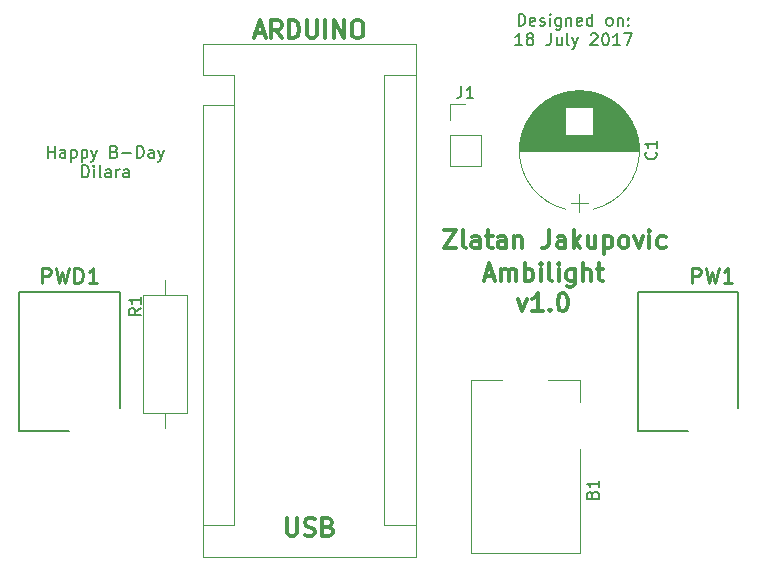
<source format=gbr>
G04 #@! TF.FileFunction,Legend,Top*
%FSLAX46Y46*%
G04 Gerber Fmt 4.6, Leading zero omitted, Abs format (unit mm)*
G04 Created by KiCad (PCBNEW 4.0.6) date Wed Jul 19 18:28:27 2017*
%MOMM*%
%LPD*%
G01*
G04 APERTURE LIST*
%ADD10C,0.100000*%
%ADD11C,0.150000*%
%ADD12C,0.300000*%
%ADD13C,0.120000*%
%ADD14C,0.200000*%
%ADD15C,0.254000*%
G04 APERTURE END LIST*
D10*
D11*
X120618857Y-91575381D02*
X120618857Y-90575381D01*
X120618857Y-91051571D02*
X121190286Y-91051571D01*
X121190286Y-91575381D02*
X121190286Y-90575381D01*
X122095048Y-91575381D02*
X122095048Y-91051571D01*
X122047429Y-90956333D01*
X121952191Y-90908714D01*
X121761714Y-90908714D01*
X121666476Y-90956333D01*
X122095048Y-91527762D02*
X121999810Y-91575381D01*
X121761714Y-91575381D01*
X121666476Y-91527762D01*
X121618857Y-91432524D01*
X121618857Y-91337286D01*
X121666476Y-91242048D01*
X121761714Y-91194429D01*
X121999810Y-91194429D01*
X122095048Y-91146810D01*
X122571238Y-90908714D02*
X122571238Y-91908714D01*
X122571238Y-90956333D02*
X122666476Y-90908714D01*
X122856953Y-90908714D01*
X122952191Y-90956333D01*
X122999810Y-91003952D01*
X123047429Y-91099190D01*
X123047429Y-91384905D01*
X122999810Y-91480143D01*
X122952191Y-91527762D01*
X122856953Y-91575381D01*
X122666476Y-91575381D01*
X122571238Y-91527762D01*
X123476000Y-90908714D02*
X123476000Y-91908714D01*
X123476000Y-90956333D02*
X123571238Y-90908714D01*
X123761715Y-90908714D01*
X123856953Y-90956333D01*
X123904572Y-91003952D01*
X123952191Y-91099190D01*
X123952191Y-91384905D01*
X123904572Y-91480143D01*
X123856953Y-91527762D01*
X123761715Y-91575381D01*
X123571238Y-91575381D01*
X123476000Y-91527762D01*
X124285524Y-90908714D02*
X124523619Y-91575381D01*
X124761715Y-90908714D02*
X124523619Y-91575381D01*
X124428381Y-91813476D01*
X124380762Y-91861095D01*
X124285524Y-91908714D01*
X126237906Y-91051571D02*
X126380763Y-91099190D01*
X126428382Y-91146810D01*
X126476001Y-91242048D01*
X126476001Y-91384905D01*
X126428382Y-91480143D01*
X126380763Y-91527762D01*
X126285525Y-91575381D01*
X125904572Y-91575381D01*
X125904572Y-90575381D01*
X126237906Y-90575381D01*
X126333144Y-90623000D01*
X126380763Y-90670619D01*
X126428382Y-90765857D01*
X126428382Y-90861095D01*
X126380763Y-90956333D01*
X126333144Y-91003952D01*
X126237906Y-91051571D01*
X125904572Y-91051571D01*
X126904572Y-91194429D02*
X127666477Y-91194429D01*
X128142667Y-91575381D02*
X128142667Y-90575381D01*
X128380762Y-90575381D01*
X128523620Y-90623000D01*
X128618858Y-90718238D01*
X128666477Y-90813476D01*
X128714096Y-91003952D01*
X128714096Y-91146810D01*
X128666477Y-91337286D01*
X128618858Y-91432524D01*
X128523620Y-91527762D01*
X128380762Y-91575381D01*
X128142667Y-91575381D01*
X129571239Y-91575381D02*
X129571239Y-91051571D01*
X129523620Y-90956333D01*
X129428382Y-90908714D01*
X129237905Y-90908714D01*
X129142667Y-90956333D01*
X129571239Y-91527762D02*
X129476001Y-91575381D01*
X129237905Y-91575381D01*
X129142667Y-91527762D01*
X129095048Y-91432524D01*
X129095048Y-91337286D01*
X129142667Y-91242048D01*
X129237905Y-91194429D01*
X129476001Y-91194429D01*
X129571239Y-91146810D01*
X129952191Y-90908714D02*
X130190286Y-91575381D01*
X130428382Y-90908714D02*
X130190286Y-91575381D01*
X130095048Y-91813476D01*
X130047429Y-91861095D01*
X129952191Y-91908714D01*
X123499809Y-93225381D02*
X123499809Y-92225381D01*
X123737904Y-92225381D01*
X123880762Y-92273000D01*
X123976000Y-92368238D01*
X124023619Y-92463476D01*
X124071238Y-92653952D01*
X124071238Y-92796810D01*
X124023619Y-92987286D01*
X123976000Y-93082524D01*
X123880762Y-93177762D01*
X123737904Y-93225381D01*
X123499809Y-93225381D01*
X124499809Y-93225381D02*
X124499809Y-92558714D01*
X124499809Y-92225381D02*
X124452190Y-92273000D01*
X124499809Y-92320619D01*
X124547428Y-92273000D01*
X124499809Y-92225381D01*
X124499809Y-92320619D01*
X125118856Y-93225381D02*
X125023618Y-93177762D01*
X124975999Y-93082524D01*
X124975999Y-92225381D01*
X125928381Y-93225381D02*
X125928381Y-92701571D01*
X125880762Y-92606333D01*
X125785524Y-92558714D01*
X125595047Y-92558714D01*
X125499809Y-92606333D01*
X125928381Y-93177762D02*
X125833143Y-93225381D01*
X125595047Y-93225381D01*
X125499809Y-93177762D01*
X125452190Y-93082524D01*
X125452190Y-92987286D01*
X125499809Y-92892048D01*
X125595047Y-92844429D01*
X125833143Y-92844429D01*
X125928381Y-92796810D01*
X126404571Y-93225381D02*
X126404571Y-92558714D01*
X126404571Y-92749190D02*
X126452190Y-92653952D01*
X126499809Y-92606333D01*
X126595047Y-92558714D01*
X126690286Y-92558714D01*
X127452191Y-93225381D02*
X127452191Y-92701571D01*
X127404572Y-92606333D01*
X127309334Y-92558714D01*
X127118857Y-92558714D01*
X127023619Y-92606333D01*
X127452191Y-93177762D02*
X127356953Y-93225381D01*
X127118857Y-93225381D01*
X127023619Y-93177762D01*
X126976000Y-93082524D01*
X126976000Y-92987286D01*
X127023619Y-92892048D01*
X127118857Y-92844429D01*
X127356953Y-92844429D01*
X127452191Y-92796810D01*
X160457143Y-80399381D02*
X160457143Y-79399381D01*
X160695238Y-79399381D01*
X160838096Y-79447000D01*
X160933334Y-79542238D01*
X160980953Y-79637476D01*
X161028572Y-79827952D01*
X161028572Y-79970810D01*
X160980953Y-80161286D01*
X160933334Y-80256524D01*
X160838096Y-80351762D01*
X160695238Y-80399381D01*
X160457143Y-80399381D01*
X161838096Y-80351762D02*
X161742858Y-80399381D01*
X161552381Y-80399381D01*
X161457143Y-80351762D01*
X161409524Y-80256524D01*
X161409524Y-79875571D01*
X161457143Y-79780333D01*
X161552381Y-79732714D01*
X161742858Y-79732714D01*
X161838096Y-79780333D01*
X161885715Y-79875571D01*
X161885715Y-79970810D01*
X161409524Y-80066048D01*
X162266667Y-80351762D02*
X162361905Y-80399381D01*
X162552381Y-80399381D01*
X162647620Y-80351762D01*
X162695239Y-80256524D01*
X162695239Y-80208905D01*
X162647620Y-80113667D01*
X162552381Y-80066048D01*
X162409524Y-80066048D01*
X162314286Y-80018429D01*
X162266667Y-79923190D01*
X162266667Y-79875571D01*
X162314286Y-79780333D01*
X162409524Y-79732714D01*
X162552381Y-79732714D01*
X162647620Y-79780333D01*
X163123810Y-80399381D02*
X163123810Y-79732714D01*
X163123810Y-79399381D02*
X163076191Y-79447000D01*
X163123810Y-79494619D01*
X163171429Y-79447000D01*
X163123810Y-79399381D01*
X163123810Y-79494619D01*
X164028572Y-79732714D02*
X164028572Y-80542238D01*
X163980953Y-80637476D01*
X163933334Y-80685095D01*
X163838095Y-80732714D01*
X163695238Y-80732714D01*
X163600000Y-80685095D01*
X164028572Y-80351762D02*
X163933334Y-80399381D01*
X163742857Y-80399381D01*
X163647619Y-80351762D01*
X163600000Y-80304143D01*
X163552381Y-80208905D01*
X163552381Y-79923190D01*
X163600000Y-79827952D01*
X163647619Y-79780333D01*
X163742857Y-79732714D01*
X163933334Y-79732714D01*
X164028572Y-79780333D01*
X164504762Y-79732714D02*
X164504762Y-80399381D01*
X164504762Y-79827952D02*
X164552381Y-79780333D01*
X164647619Y-79732714D01*
X164790477Y-79732714D01*
X164885715Y-79780333D01*
X164933334Y-79875571D01*
X164933334Y-80399381D01*
X165790477Y-80351762D02*
X165695239Y-80399381D01*
X165504762Y-80399381D01*
X165409524Y-80351762D01*
X165361905Y-80256524D01*
X165361905Y-79875571D01*
X165409524Y-79780333D01*
X165504762Y-79732714D01*
X165695239Y-79732714D01*
X165790477Y-79780333D01*
X165838096Y-79875571D01*
X165838096Y-79970810D01*
X165361905Y-80066048D01*
X166695239Y-80399381D02*
X166695239Y-79399381D01*
X166695239Y-80351762D02*
X166600001Y-80399381D01*
X166409524Y-80399381D01*
X166314286Y-80351762D01*
X166266667Y-80304143D01*
X166219048Y-80208905D01*
X166219048Y-79923190D01*
X166266667Y-79827952D01*
X166314286Y-79780333D01*
X166409524Y-79732714D01*
X166600001Y-79732714D01*
X166695239Y-79780333D01*
X168076191Y-80399381D02*
X167980953Y-80351762D01*
X167933334Y-80304143D01*
X167885715Y-80208905D01*
X167885715Y-79923190D01*
X167933334Y-79827952D01*
X167980953Y-79780333D01*
X168076191Y-79732714D01*
X168219049Y-79732714D01*
X168314287Y-79780333D01*
X168361906Y-79827952D01*
X168409525Y-79923190D01*
X168409525Y-80208905D01*
X168361906Y-80304143D01*
X168314287Y-80351762D01*
X168219049Y-80399381D01*
X168076191Y-80399381D01*
X168838096Y-79732714D02*
X168838096Y-80399381D01*
X168838096Y-79827952D02*
X168885715Y-79780333D01*
X168980953Y-79732714D01*
X169123811Y-79732714D01*
X169219049Y-79780333D01*
X169266668Y-79875571D01*
X169266668Y-80399381D01*
X169742858Y-80304143D02*
X169790477Y-80351762D01*
X169742858Y-80399381D01*
X169695239Y-80351762D01*
X169742858Y-80304143D01*
X169742858Y-80399381D01*
X169742858Y-79780333D02*
X169790477Y-79827952D01*
X169742858Y-79875571D01*
X169695239Y-79827952D01*
X169742858Y-79780333D01*
X169742858Y-79875571D01*
X160766666Y-82049381D02*
X160195237Y-82049381D01*
X160480951Y-82049381D02*
X160480951Y-81049381D01*
X160385713Y-81192238D01*
X160290475Y-81287476D01*
X160195237Y-81335095D01*
X161338094Y-81477952D02*
X161242856Y-81430333D01*
X161195237Y-81382714D01*
X161147618Y-81287476D01*
X161147618Y-81239857D01*
X161195237Y-81144619D01*
X161242856Y-81097000D01*
X161338094Y-81049381D01*
X161528571Y-81049381D01*
X161623809Y-81097000D01*
X161671428Y-81144619D01*
X161719047Y-81239857D01*
X161719047Y-81287476D01*
X161671428Y-81382714D01*
X161623809Y-81430333D01*
X161528571Y-81477952D01*
X161338094Y-81477952D01*
X161242856Y-81525571D01*
X161195237Y-81573190D01*
X161147618Y-81668429D01*
X161147618Y-81858905D01*
X161195237Y-81954143D01*
X161242856Y-82001762D01*
X161338094Y-82049381D01*
X161528571Y-82049381D01*
X161623809Y-82001762D01*
X161671428Y-81954143D01*
X161719047Y-81858905D01*
X161719047Y-81668429D01*
X161671428Y-81573190D01*
X161623809Y-81525571D01*
X161528571Y-81477952D01*
X163195238Y-81049381D02*
X163195238Y-81763667D01*
X163147618Y-81906524D01*
X163052380Y-82001762D01*
X162909523Y-82049381D01*
X162814285Y-82049381D01*
X164100000Y-81382714D02*
X164100000Y-82049381D01*
X163671428Y-81382714D02*
X163671428Y-81906524D01*
X163719047Y-82001762D01*
X163814285Y-82049381D01*
X163957143Y-82049381D01*
X164052381Y-82001762D01*
X164100000Y-81954143D01*
X164719047Y-82049381D02*
X164623809Y-82001762D01*
X164576190Y-81906524D01*
X164576190Y-81049381D01*
X165004762Y-81382714D02*
X165242857Y-82049381D01*
X165480953Y-81382714D02*
X165242857Y-82049381D01*
X165147619Y-82287476D01*
X165100000Y-82335095D01*
X165004762Y-82382714D01*
X166576191Y-81144619D02*
X166623810Y-81097000D01*
X166719048Y-81049381D01*
X166957144Y-81049381D01*
X167052382Y-81097000D01*
X167100001Y-81144619D01*
X167147620Y-81239857D01*
X167147620Y-81335095D01*
X167100001Y-81477952D01*
X166528572Y-82049381D01*
X167147620Y-82049381D01*
X167766667Y-81049381D02*
X167861906Y-81049381D01*
X167957144Y-81097000D01*
X168004763Y-81144619D01*
X168052382Y-81239857D01*
X168100001Y-81430333D01*
X168100001Y-81668429D01*
X168052382Y-81858905D01*
X168004763Y-81954143D01*
X167957144Y-82001762D01*
X167861906Y-82049381D01*
X167766667Y-82049381D01*
X167671429Y-82001762D01*
X167623810Y-81954143D01*
X167576191Y-81858905D01*
X167528572Y-81668429D01*
X167528572Y-81430333D01*
X167576191Y-81239857D01*
X167623810Y-81144619D01*
X167671429Y-81097000D01*
X167766667Y-81049381D01*
X169052382Y-82049381D02*
X168480953Y-82049381D01*
X168766667Y-82049381D02*
X168766667Y-81049381D01*
X168671429Y-81192238D01*
X168576191Y-81287476D01*
X168480953Y-81335095D01*
X169385715Y-81049381D02*
X170052382Y-81049381D01*
X169623810Y-82049381D01*
D12*
X138176571Y-81022000D02*
X138890857Y-81022000D01*
X138033714Y-81450571D02*
X138533714Y-79950571D01*
X139033714Y-81450571D01*
X140390857Y-81450571D02*
X139890857Y-80736286D01*
X139533714Y-81450571D02*
X139533714Y-79950571D01*
X140105142Y-79950571D01*
X140248000Y-80022000D01*
X140319428Y-80093429D01*
X140390857Y-80236286D01*
X140390857Y-80450571D01*
X140319428Y-80593429D01*
X140248000Y-80664857D01*
X140105142Y-80736286D01*
X139533714Y-80736286D01*
X141033714Y-81450571D02*
X141033714Y-79950571D01*
X141390857Y-79950571D01*
X141605142Y-80022000D01*
X141748000Y-80164857D01*
X141819428Y-80307714D01*
X141890857Y-80593429D01*
X141890857Y-80807714D01*
X141819428Y-81093429D01*
X141748000Y-81236286D01*
X141605142Y-81379143D01*
X141390857Y-81450571D01*
X141033714Y-81450571D01*
X142533714Y-79950571D02*
X142533714Y-81164857D01*
X142605142Y-81307714D01*
X142676571Y-81379143D01*
X142819428Y-81450571D01*
X143105142Y-81450571D01*
X143248000Y-81379143D01*
X143319428Y-81307714D01*
X143390857Y-81164857D01*
X143390857Y-79950571D01*
X144105143Y-81450571D02*
X144105143Y-79950571D01*
X144819429Y-81450571D02*
X144819429Y-79950571D01*
X145676572Y-81450571D01*
X145676572Y-79950571D01*
X146676572Y-79950571D02*
X146962286Y-79950571D01*
X147105144Y-80022000D01*
X147248001Y-80164857D01*
X147319429Y-80450571D01*
X147319429Y-80950571D01*
X147248001Y-81236286D01*
X147105144Y-81379143D01*
X146962286Y-81450571D01*
X146676572Y-81450571D01*
X146533715Y-81379143D01*
X146390858Y-81236286D01*
X146319429Y-80950571D01*
X146319429Y-80450571D01*
X146390858Y-80164857D01*
X146533715Y-80022000D01*
X146676572Y-79950571D01*
X140855143Y-122114571D02*
X140855143Y-123328857D01*
X140926571Y-123471714D01*
X140998000Y-123543143D01*
X141140857Y-123614571D01*
X141426571Y-123614571D01*
X141569429Y-123543143D01*
X141640857Y-123471714D01*
X141712286Y-123328857D01*
X141712286Y-122114571D01*
X142355143Y-123543143D02*
X142569429Y-123614571D01*
X142926572Y-123614571D01*
X143069429Y-123543143D01*
X143140858Y-123471714D01*
X143212286Y-123328857D01*
X143212286Y-123186000D01*
X143140858Y-123043143D01*
X143069429Y-122971714D01*
X142926572Y-122900286D01*
X142640858Y-122828857D01*
X142498000Y-122757429D01*
X142426572Y-122686000D01*
X142355143Y-122543143D01*
X142355143Y-122400286D01*
X142426572Y-122257429D01*
X142498000Y-122186000D01*
X142640858Y-122114571D01*
X142998000Y-122114571D01*
X143212286Y-122186000D01*
X144355143Y-122828857D02*
X144569429Y-122900286D01*
X144640857Y-122971714D01*
X144712286Y-123114571D01*
X144712286Y-123328857D01*
X144640857Y-123471714D01*
X144569429Y-123543143D01*
X144426571Y-123614571D01*
X143855143Y-123614571D01*
X143855143Y-122114571D01*
X144355143Y-122114571D01*
X144498000Y-122186000D01*
X144569429Y-122257429D01*
X144640857Y-122400286D01*
X144640857Y-122543143D01*
X144569429Y-122686000D01*
X144498000Y-122757429D01*
X144355143Y-122828857D01*
X143855143Y-122828857D01*
X157631428Y-101591000D02*
X158345714Y-101591000D01*
X157488571Y-102019571D02*
X157988571Y-100519571D01*
X158488571Y-102019571D01*
X158988571Y-102019571D02*
X158988571Y-101019571D01*
X158988571Y-101162429D02*
X159059999Y-101091000D01*
X159202857Y-101019571D01*
X159417142Y-101019571D01*
X159559999Y-101091000D01*
X159631428Y-101233857D01*
X159631428Y-102019571D01*
X159631428Y-101233857D02*
X159702857Y-101091000D01*
X159845714Y-101019571D01*
X160059999Y-101019571D01*
X160202857Y-101091000D01*
X160274285Y-101233857D01*
X160274285Y-102019571D01*
X160988571Y-102019571D02*
X160988571Y-100519571D01*
X160988571Y-101091000D02*
X161131428Y-101019571D01*
X161417142Y-101019571D01*
X161559999Y-101091000D01*
X161631428Y-101162429D01*
X161702857Y-101305286D01*
X161702857Y-101733857D01*
X161631428Y-101876714D01*
X161559999Y-101948143D01*
X161417142Y-102019571D01*
X161131428Y-102019571D01*
X160988571Y-101948143D01*
X162345714Y-102019571D02*
X162345714Y-101019571D01*
X162345714Y-100519571D02*
X162274285Y-100591000D01*
X162345714Y-100662429D01*
X162417142Y-100591000D01*
X162345714Y-100519571D01*
X162345714Y-100662429D01*
X163274286Y-102019571D02*
X163131428Y-101948143D01*
X163060000Y-101805286D01*
X163060000Y-100519571D01*
X163845714Y-102019571D02*
X163845714Y-101019571D01*
X163845714Y-100519571D02*
X163774285Y-100591000D01*
X163845714Y-100662429D01*
X163917142Y-100591000D01*
X163845714Y-100519571D01*
X163845714Y-100662429D01*
X165202857Y-101019571D02*
X165202857Y-102233857D01*
X165131428Y-102376714D01*
X165060000Y-102448143D01*
X164917143Y-102519571D01*
X164702857Y-102519571D01*
X164560000Y-102448143D01*
X165202857Y-101948143D02*
X165060000Y-102019571D01*
X164774286Y-102019571D01*
X164631428Y-101948143D01*
X164560000Y-101876714D01*
X164488571Y-101733857D01*
X164488571Y-101305286D01*
X164560000Y-101162429D01*
X164631428Y-101091000D01*
X164774286Y-101019571D01*
X165060000Y-101019571D01*
X165202857Y-101091000D01*
X165917143Y-102019571D02*
X165917143Y-100519571D01*
X166560000Y-102019571D02*
X166560000Y-101233857D01*
X166488571Y-101091000D01*
X166345714Y-101019571D01*
X166131429Y-101019571D01*
X165988571Y-101091000D01*
X165917143Y-101162429D01*
X167060000Y-101019571D02*
X167631429Y-101019571D01*
X167274286Y-100519571D02*
X167274286Y-101805286D01*
X167345714Y-101948143D01*
X167488572Y-102019571D01*
X167631429Y-102019571D01*
X160417144Y-103569571D02*
X160774287Y-104569571D01*
X161131429Y-103569571D01*
X162488572Y-104569571D02*
X161631429Y-104569571D01*
X162060001Y-104569571D02*
X162060001Y-103069571D01*
X161917144Y-103283857D01*
X161774286Y-103426714D01*
X161631429Y-103498143D01*
X163131429Y-104426714D02*
X163202857Y-104498143D01*
X163131429Y-104569571D01*
X163060000Y-104498143D01*
X163131429Y-104426714D01*
X163131429Y-104569571D01*
X164131429Y-103069571D02*
X164274286Y-103069571D01*
X164417143Y-103141000D01*
X164488572Y-103212429D01*
X164560001Y-103355286D01*
X164631429Y-103641000D01*
X164631429Y-103998143D01*
X164560001Y-104283857D01*
X164488572Y-104426714D01*
X164417143Y-104498143D01*
X164274286Y-104569571D01*
X164131429Y-104569571D01*
X163988572Y-104498143D01*
X163917143Y-104426714D01*
X163845715Y-104283857D01*
X163774286Y-103998143D01*
X163774286Y-103641000D01*
X163845715Y-103355286D01*
X163917143Y-103212429D01*
X163988572Y-103141000D01*
X164131429Y-103069571D01*
X154183143Y-97730571D02*
X155183143Y-97730571D01*
X154183143Y-99230571D01*
X155183143Y-99230571D01*
X155968857Y-99230571D02*
X155825999Y-99159143D01*
X155754571Y-99016286D01*
X155754571Y-97730571D01*
X157183142Y-99230571D02*
X157183142Y-98444857D01*
X157111713Y-98302000D01*
X156968856Y-98230571D01*
X156683142Y-98230571D01*
X156540285Y-98302000D01*
X157183142Y-99159143D02*
X157040285Y-99230571D01*
X156683142Y-99230571D01*
X156540285Y-99159143D01*
X156468856Y-99016286D01*
X156468856Y-98873429D01*
X156540285Y-98730571D01*
X156683142Y-98659143D01*
X157040285Y-98659143D01*
X157183142Y-98587714D01*
X157683142Y-98230571D02*
X158254571Y-98230571D01*
X157897428Y-97730571D02*
X157897428Y-99016286D01*
X157968856Y-99159143D01*
X158111714Y-99230571D01*
X158254571Y-99230571D01*
X159397428Y-99230571D02*
X159397428Y-98444857D01*
X159325999Y-98302000D01*
X159183142Y-98230571D01*
X158897428Y-98230571D01*
X158754571Y-98302000D01*
X159397428Y-99159143D02*
X159254571Y-99230571D01*
X158897428Y-99230571D01*
X158754571Y-99159143D01*
X158683142Y-99016286D01*
X158683142Y-98873429D01*
X158754571Y-98730571D01*
X158897428Y-98659143D01*
X159254571Y-98659143D01*
X159397428Y-98587714D01*
X160111714Y-98230571D02*
X160111714Y-99230571D01*
X160111714Y-98373429D02*
X160183142Y-98302000D01*
X160326000Y-98230571D01*
X160540285Y-98230571D01*
X160683142Y-98302000D01*
X160754571Y-98444857D01*
X160754571Y-99230571D01*
X163040285Y-97730571D02*
X163040285Y-98802000D01*
X162968857Y-99016286D01*
X162826000Y-99159143D01*
X162611714Y-99230571D01*
X162468857Y-99230571D01*
X164397428Y-99230571D02*
X164397428Y-98444857D01*
X164325999Y-98302000D01*
X164183142Y-98230571D01*
X163897428Y-98230571D01*
X163754571Y-98302000D01*
X164397428Y-99159143D02*
X164254571Y-99230571D01*
X163897428Y-99230571D01*
X163754571Y-99159143D01*
X163683142Y-99016286D01*
X163683142Y-98873429D01*
X163754571Y-98730571D01*
X163897428Y-98659143D01*
X164254571Y-98659143D01*
X164397428Y-98587714D01*
X165111714Y-99230571D02*
X165111714Y-97730571D01*
X165254571Y-98659143D02*
X165683142Y-99230571D01*
X165683142Y-98230571D02*
X165111714Y-98802000D01*
X166968857Y-98230571D02*
X166968857Y-99230571D01*
X166326000Y-98230571D02*
X166326000Y-99016286D01*
X166397428Y-99159143D01*
X166540286Y-99230571D01*
X166754571Y-99230571D01*
X166897428Y-99159143D01*
X166968857Y-99087714D01*
X167683143Y-98230571D02*
X167683143Y-99730571D01*
X167683143Y-98302000D02*
X167826000Y-98230571D01*
X168111714Y-98230571D01*
X168254571Y-98302000D01*
X168326000Y-98373429D01*
X168397429Y-98516286D01*
X168397429Y-98944857D01*
X168326000Y-99087714D01*
X168254571Y-99159143D01*
X168111714Y-99230571D01*
X167826000Y-99230571D01*
X167683143Y-99159143D01*
X169254572Y-99230571D02*
X169111714Y-99159143D01*
X169040286Y-99087714D01*
X168968857Y-98944857D01*
X168968857Y-98516286D01*
X169040286Y-98373429D01*
X169111714Y-98302000D01*
X169254572Y-98230571D01*
X169468857Y-98230571D01*
X169611714Y-98302000D01*
X169683143Y-98373429D01*
X169754572Y-98516286D01*
X169754572Y-98944857D01*
X169683143Y-99087714D01*
X169611714Y-99159143D01*
X169468857Y-99230571D01*
X169254572Y-99230571D01*
X170254572Y-98230571D02*
X170611715Y-99230571D01*
X170968857Y-98230571D01*
X171540286Y-99230571D02*
X171540286Y-98230571D01*
X171540286Y-97730571D02*
X171468857Y-97802000D01*
X171540286Y-97873429D01*
X171611714Y-97802000D01*
X171540286Y-97730571D01*
X171540286Y-97873429D01*
X172897429Y-99159143D02*
X172754572Y-99230571D01*
X172468858Y-99230571D01*
X172326000Y-99159143D01*
X172254572Y-99087714D01*
X172183143Y-98944857D01*
X172183143Y-98516286D01*
X172254572Y-98373429D01*
X172326000Y-98302000D01*
X172468858Y-98230571D01*
X172754572Y-98230571D01*
X172897429Y-98302000D01*
D13*
X136398000Y-87122000D02*
X136398000Y-84582000D01*
X136398000Y-84582000D02*
X133728000Y-84582000D01*
X133728000Y-87122000D02*
X133728000Y-125352000D01*
X133728000Y-81912000D02*
X133728000Y-84582000D01*
X149098000Y-84582000D02*
X151768000Y-84582000D01*
X149098000Y-84582000D02*
X149098000Y-122682000D01*
X149098000Y-122682000D02*
X151768000Y-122682000D01*
X136398000Y-87122000D02*
X133728000Y-87122000D01*
X136398000Y-87122000D02*
X136398000Y-122682000D01*
X136398000Y-122682000D02*
X133728000Y-122682000D01*
X133728000Y-125352000D02*
X151768000Y-125352000D01*
X151768000Y-125352000D02*
X151768000Y-81912000D01*
X151768000Y-81912000D02*
X133728000Y-81912000D01*
X165636000Y-116252000D02*
X165636000Y-125052000D01*
X165636000Y-125052000D02*
X156436000Y-125052000D01*
X162936000Y-110352000D02*
X165636000Y-110352000D01*
X165636000Y-110352000D02*
X165636000Y-112252000D01*
X156436000Y-125052000D02*
X156436000Y-110352000D01*
X156436000Y-110352000D02*
X159036000Y-110352000D01*
X154626000Y-92262000D02*
X157286000Y-92262000D01*
X154626000Y-89662000D02*
X154626000Y-92262000D01*
X157286000Y-89662000D02*
X157286000Y-92262000D01*
X154626000Y-89662000D02*
X157286000Y-89662000D01*
X154626000Y-88392000D02*
X154626000Y-87062000D01*
X154626000Y-87062000D02*
X155956000Y-87062000D01*
X128696000Y-113214000D02*
X132416000Y-113214000D01*
X132416000Y-113214000D02*
X132416000Y-103194000D01*
X132416000Y-103194000D02*
X128696000Y-103194000D01*
X128696000Y-103194000D02*
X128696000Y-113214000D01*
X130556000Y-114444000D02*
X130556000Y-113214000D01*
X130556000Y-101964000D02*
X130556000Y-103194000D01*
D14*
X179034000Y-112776000D02*
X179034000Y-102906000D01*
X179034000Y-102906000D02*
X170534000Y-102906000D01*
X170534000Y-102906000D02*
X170534000Y-114726000D01*
X170534000Y-114726000D02*
X174784000Y-114726000D01*
X126678000Y-112776000D02*
X126678000Y-102906000D01*
X126678000Y-102906000D02*
X118178000Y-102906000D01*
X118178000Y-102906000D02*
X118178000Y-114726000D01*
X118178000Y-114726000D02*
X122428000Y-114726000D01*
D13*
X160558000Y-90972000D02*
X170658000Y-90972000D01*
X160558000Y-90932000D02*
X170658000Y-90932000D01*
X160558000Y-90892000D02*
X170658000Y-90892000D01*
X160559000Y-90852000D02*
X170657000Y-90852000D01*
X160560000Y-90812000D02*
X170656000Y-90812000D01*
X160561000Y-90772000D02*
X170655000Y-90772000D01*
X160563000Y-90732000D02*
X170653000Y-90732000D01*
X160565000Y-90692000D02*
X170651000Y-90692000D01*
X160568000Y-90652000D02*
X170648000Y-90652000D01*
X160570000Y-90612000D02*
X170646000Y-90612000D01*
X160573000Y-90572000D02*
X170643000Y-90572000D01*
X160577000Y-90532000D02*
X170639000Y-90532000D01*
X160580000Y-90492000D02*
X170636000Y-90492000D01*
X160584000Y-90452000D02*
X170632000Y-90452000D01*
X160588000Y-90412000D02*
X170628000Y-90412000D01*
X160593000Y-90372000D02*
X170623000Y-90372000D01*
X160598000Y-90332000D02*
X170618000Y-90332000D01*
X160603000Y-90292000D02*
X170613000Y-90292000D01*
X160609000Y-90251000D02*
X170607000Y-90251000D01*
X160615000Y-90211000D02*
X170601000Y-90211000D01*
X160621000Y-90171000D02*
X170595000Y-90171000D01*
X160627000Y-90131000D02*
X170589000Y-90131000D01*
X160634000Y-90091000D02*
X170582000Y-90091000D01*
X160641000Y-90051000D02*
X170575000Y-90051000D01*
X160649000Y-90011000D02*
X170567000Y-90011000D01*
X160657000Y-89971000D02*
X170559000Y-89971000D01*
X160665000Y-89931000D02*
X170551000Y-89931000D01*
X160673000Y-89891000D02*
X170543000Y-89891000D01*
X160682000Y-89851000D02*
X170534000Y-89851000D01*
X160691000Y-89811000D02*
X170525000Y-89811000D01*
X160701000Y-89771000D02*
X170515000Y-89771000D01*
X160711000Y-89731000D02*
X170505000Y-89731000D01*
X160721000Y-89691000D02*
X170495000Y-89691000D01*
X160732000Y-89651000D02*
X164427000Y-89651000D01*
X166789000Y-89651000D02*
X170484000Y-89651000D01*
X160743000Y-89611000D02*
X164427000Y-89611000D01*
X166789000Y-89611000D02*
X170473000Y-89611000D01*
X160754000Y-89571000D02*
X164427000Y-89571000D01*
X166789000Y-89571000D02*
X170462000Y-89571000D01*
X160765000Y-89531000D02*
X164427000Y-89531000D01*
X166789000Y-89531000D02*
X170451000Y-89531000D01*
X160777000Y-89491000D02*
X164427000Y-89491000D01*
X166789000Y-89491000D02*
X170439000Y-89491000D01*
X160790000Y-89451000D02*
X164427000Y-89451000D01*
X166789000Y-89451000D02*
X170426000Y-89451000D01*
X160802000Y-89411000D02*
X164427000Y-89411000D01*
X166789000Y-89411000D02*
X170414000Y-89411000D01*
X160816000Y-89371000D02*
X164427000Y-89371000D01*
X166789000Y-89371000D02*
X170400000Y-89371000D01*
X160829000Y-89331000D02*
X164427000Y-89331000D01*
X166789000Y-89331000D02*
X170387000Y-89331000D01*
X160843000Y-89291000D02*
X164427000Y-89291000D01*
X166789000Y-89291000D02*
X170373000Y-89291000D01*
X160857000Y-89251000D02*
X164427000Y-89251000D01*
X166789000Y-89251000D02*
X170359000Y-89251000D01*
X160871000Y-89211000D02*
X164427000Y-89211000D01*
X166789000Y-89211000D02*
X170345000Y-89211000D01*
X160886000Y-89171000D02*
X164427000Y-89171000D01*
X166789000Y-89171000D02*
X170330000Y-89171000D01*
X160902000Y-89131000D02*
X164427000Y-89131000D01*
X166789000Y-89131000D02*
X170314000Y-89131000D01*
X160917000Y-89091000D02*
X164427000Y-89091000D01*
X166789000Y-89091000D02*
X170299000Y-89091000D01*
X160934000Y-89051000D02*
X164427000Y-89051000D01*
X166789000Y-89051000D02*
X170282000Y-89051000D01*
X160950000Y-89011000D02*
X164427000Y-89011000D01*
X166789000Y-89011000D02*
X170266000Y-89011000D01*
X160967000Y-88971000D02*
X164427000Y-88971000D01*
X166789000Y-88971000D02*
X170249000Y-88971000D01*
X160984000Y-88931000D02*
X164427000Y-88931000D01*
X166789000Y-88931000D02*
X170232000Y-88931000D01*
X161002000Y-88891000D02*
X164427000Y-88891000D01*
X166789000Y-88891000D02*
X170214000Y-88891000D01*
X161020000Y-88851000D02*
X164427000Y-88851000D01*
X166789000Y-88851000D02*
X170196000Y-88851000D01*
X161039000Y-88811000D02*
X164427000Y-88811000D01*
X166789000Y-88811000D02*
X170177000Y-88811000D01*
X161058000Y-88771000D02*
X164427000Y-88771000D01*
X166789000Y-88771000D02*
X170158000Y-88771000D01*
X161077000Y-88731000D02*
X164427000Y-88731000D01*
X166789000Y-88731000D02*
X170139000Y-88731000D01*
X161097000Y-88691000D02*
X164427000Y-88691000D01*
X166789000Y-88691000D02*
X170119000Y-88691000D01*
X161117000Y-88651000D02*
X164427000Y-88651000D01*
X166789000Y-88651000D02*
X170099000Y-88651000D01*
X161138000Y-88611000D02*
X164427000Y-88611000D01*
X166789000Y-88611000D02*
X170078000Y-88611000D01*
X161159000Y-88571000D02*
X164427000Y-88571000D01*
X166789000Y-88571000D02*
X170057000Y-88571000D01*
X161180000Y-88531000D02*
X164427000Y-88531000D01*
X166789000Y-88531000D02*
X170036000Y-88531000D01*
X161203000Y-88491000D02*
X164427000Y-88491000D01*
X166789000Y-88491000D02*
X170013000Y-88491000D01*
X161225000Y-88451000D02*
X164427000Y-88451000D01*
X166789000Y-88451000D02*
X169991000Y-88451000D01*
X161248000Y-88411000D02*
X164427000Y-88411000D01*
X166789000Y-88411000D02*
X169968000Y-88411000D01*
X161272000Y-88371000D02*
X164427000Y-88371000D01*
X166789000Y-88371000D02*
X169944000Y-88371000D01*
X161296000Y-88331000D02*
X164427000Y-88331000D01*
X166789000Y-88331000D02*
X169920000Y-88331000D01*
X161320000Y-88291000D02*
X164427000Y-88291000D01*
X166789000Y-88291000D02*
X169896000Y-88291000D01*
X161345000Y-88251000D02*
X164427000Y-88251000D01*
X166789000Y-88251000D02*
X169871000Y-88251000D01*
X161371000Y-88211000D02*
X164427000Y-88211000D01*
X166789000Y-88211000D02*
X169845000Y-88211000D01*
X161397000Y-88171000D02*
X164427000Y-88171000D01*
X166789000Y-88171000D02*
X169819000Y-88171000D01*
X161423000Y-88131000D02*
X164427000Y-88131000D01*
X166789000Y-88131000D02*
X169793000Y-88131000D01*
X161451000Y-88091000D02*
X164427000Y-88091000D01*
X166789000Y-88091000D02*
X169765000Y-88091000D01*
X161478000Y-88051000D02*
X164427000Y-88051000D01*
X166789000Y-88051000D02*
X169738000Y-88051000D01*
X161507000Y-88011000D02*
X164427000Y-88011000D01*
X166789000Y-88011000D02*
X169709000Y-88011000D01*
X161536000Y-87971000D02*
X164427000Y-87971000D01*
X166789000Y-87971000D02*
X169680000Y-87971000D01*
X161565000Y-87931000D02*
X164427000Y-87931000D01*
X166789000Y-87931000D02*
X169651000Y-87931000D01*
X161595000Y-87891000D02*
X164427000Y-87891000D01*
X166789000Y-87891000D02*
X169621000Y-87891000D01*
X161626000Y-87851000D02*
X164427000Y-87851000D01*
X166789000Y-87851000D02*
X169590000Y-87851000D01*
X161657000Y-87811000D02*
X164427000Y-87811000D01*
X166789000Y-87811000D02*
X169559000Y-87811000D01*
X161689000Y-87771000D02*
X164427000Y-87771000D01*
X166789000Y-87771000D02*
X169527000Y-87771000D01*
X161722000Y-87731000D02*
X164427000Y-87731000D01*
X166789000Y-87731000D02*
X169494000Y-87731000D01*
X161755000Y-87691000D02*
X164427000Y-87691000D01*
X166789000Y-87691000D02*
X169461000Y-87691000D01*
X161789000Y-87651000D02*
X164427000Y-87651000D01*
X166789000Y-87651000D02*
X169427000Y-87651000D01*
X161824000Y-87611000D02*
X164427000Y-87611000D01*
X166789000Y-87611000D02*
X169392000Y-87611000D01*
X161860000Y-87571000D02*
X164427000Y-87571000D01*
X166789000Y-87571000D02*
X169356000Y-87571000D01*
X161896000Y-87531000D02*
X164427000Y-87531000D01*
X166789000Y-87531000D02*
X169320000Y-87531000D01*
X161933000Y-87491000D02*
X164427000Y-87491000D01*
X166789000Y-87491000D02*
X169283000Y-87491000D01*
X161971000Y-87451000D02*
X164427000Y-87451000D01*
X166789000Y-87451000D02*
X169245000Y-87451000D01*
X162010000Y-87411000D02*
X164427000Y-87411000D01*
X166789000Y-87411000D02*
X169206000Y-87411000D01*
X162049000Y-87371000D02*
X164427000Y-87371000D01*
X166789000Y-87371000D02*
X169167000Y-87371000D01*
X162090000Y-87331000D02*
X164427000Y-87331000D01*
X166789000Y-87331000D02*
X169126000Y-87331000D01*
X162131000Y-87291000D02*
X169085000Y-87291000D01*
X162173000Y-87251000D02*
X169043000Y-87251000D01*
X162217000Y-87211000D02*
X168999000Y-87211000D01*
X162261000Y-87171000D02*
X168955000Y-87171000D01*
X162306000Y-87131000D02*
X168910000Y-87131000D01*
X162353000Y-87091000D02*
X168863000Y-87091000D01*
X162401000Y-87051000D02*
X168815000Y-87051000D01*
X162450000Y-87011000D02*
X168766000Y-87011000D01*
X162500000Y-86971000D02*
X168716000Y-86971000D01*
X162551000Y-86931000D02*
X168665000Y-86931000D01*
X162604000Y-86891000D02*
X168612000Y-86891000D01*
X162659000Y-86851000D02*
X168557000Y-86851000D01*
X162714000Y-86811000D02*
X168502000Y-86811000D01*
X162772000Y-86771000D02*
X168444000Y-86771000D01*
X162831000Y-86731000D02*
X168385000Y-86731000D01*
X162893000Y-86691000D02*
X168323000Y-86691000D01*
X162956000Y-86651000D02*
X168260000Y-86651000D01*
X163021000Y-86611000D02*
X168195000Y-86611000D01*
X163089000Y-86571000D02*
X168127000Y-86571000D01*
X163159000Y-86531000D02*
X168057000Y-86531000D01*
X163231000Y-86491000D02*
X167985000Y-86491000D01*
X163307000Y-86451000D02*
X167909000Y-86451000D01*
X163386000Y-86411000D02*
X167830000Y-86411000D01*
X163468000Y-86371000D02*
X167748000Y-86371000D01*
X163555000Y-86331000D02*
X167661000Y-86331000D01*
X163646000Y-86291000D02*
X167570000Y-86291000D01*
X163742000Y-86251000D02*
X167474000Y-86251000D01*
X163845000Y-86211000D02*
X167371000Y-86211000D01*
X163954000Y-86171000D02*
X167262000Y-86171000D01*
X164072000Y-86131000D02*
X167144000Y-86131000D01*
X164201000Y-86091000D02*
X167015000Y-86091000D01*
X164343000Y-86051000D02*
X166873000Y-86051000D01*
X164504000Y-86011000D02*
X166712000Y-86011000D01*
X164695000Y-85971000D02*
X166521000Y-85971000D01*
X164936000Y-85931000D02*
X166280000Y-85931000D01*
X165329000Y-85891000D02*
X165887000Y-85891000D01*
X165608000Y-96172000D02*
X165608000Y-94672000D01*
X164858000Y-95422000D02*
X166358000Y-95422000D01*
X164428806Y-86020475D02*
G75*
G03X164428000Y-95923333I1179194J-4951525D01*
G01*
X166787194Y-86020475D02*
G75*
G02X166788000Y-95923333I-1179194J-4951525D01*
G01*
X166787194Y-86020475D02*
G75*
G03X164428000Y-86020667I-1179194J-4951525D01*
G01*
D11*
X166714571Y-120106761D02*
X166762190Y-119963904D01*
X166809810Y-119916285D01*
X166905048Y-119868666D01*
X167047905Y-119868666D01*
X167143143Y-119916285D01*
X167190762Y-119963904D01*
X167238381Y-120059142D01*
X167238381Y-120440095D01*
X166238381Y-120440095D01*
X166238381Y-120106761D01*
X166286000Y-120011523D01*
X166333619Y-119963904D01*
X166428857Y-119916285D01*
X166524095Y-119916285D01*
X166619333Y-119963904D01*
X166666952Y-120011523D01*
X166714571Y-120106761D01*
X166714571Y-120440095D01*
X167238381Y-118916285D02*
X167238381Y-119487714D01*
X167238381Y-119202000D02*
X166238381Y-119202000D01*
X166381238Y-119297238D01*
X166476476Y-119392476D01*
X166524095Y-119487714D01*
X155622667Y-85514381D02*
X155622667Y-86228667D01*
X155575047Y-86371524D01*
X155479809Y-86466762D01*
X155336952Y-86514381D01*
X155241714Y-86514381D01*
X156622667Y-86514381D02*
X156051238Y-86514381D01*
X156336952Y-86514381D02*
X156336952Y-85514381D01*
X156241714Y-85657238D01*
X156146476Y-85752476D01*
X156051238Y-85800095D01*
X128468381Y-104306666D02*
X127992190Y-104640000D01*
X128468381Y-104878095D02*
X127468381Y-104878095D01*
X127468381Y-104497142D01*
X127516000Y-104401904D01*
X127563619Y-104354285D01*
X127658857Y-104306666D01*
X127801714Y-104306666D01*
X127896952Y-104354285D01*
X127944571Y-104401904D01*
X127992190Y-104497142D01*
X127992190Y-104878095D01*
X128468381Y-103354285D02*
X128468381Y-103925714D01*
X128468381Y-103640000D02*
X127468381Y-103640000D01*
X127611238Y-103735238D01*
X127706476Y-103830476D01*
X127754095Y-103925714D01*
D15*
X175152905Y-102174524D02*
X175152905Y-100904524D01*
X175636714Y-100904524D01*
X175757667Y-100965000D01*
X175818143Y-101025476D01*
X175878619Y-101146429D01*
X175878619Y-101327857D01*
X175818143Y-101448810D01*
X175757667Y-101509286D01*
X175636714Y-101569762D01*
X175152905Y-101569762D01*
X176301953Y-100904524D02*
X176604334Y-102174524D01*
X176846238Y-101267381D01*
X177088143Y-102174524D01*
X177390524Y-100904524D01*
X178539572Y-102174524D02*
X177813858Y-102174524D01*
X178176715Y-102174524D02*
X178176715Y-100904524D01*
X178055763Y-101085952D01*
X177934810Y-101206905D01*
X177813858Y-101267381D01*
X120129905Y-102174524D02*
X120129905Y-100904524D01*
X120613714Y-100904524D01*
X120734667Y-100965000D01*
X120795143Y-101025476D01*
X120855619Y-101146429D01*
X120855619Y-101327857D01*
X120795143Y-101448810D01*
X120734667Y-101509286D01*
X120613714Y-101569762D01*
X120129905Y-101569762D01*
X121278953Y-100904524D02*
X121581334Y-102174524D01*
X121823238Y-101267381D01*
X122065143Y-102174524D01*
X122367524Y-100904524D01*
X122851334Y-102174524D02*
X122851334Y-100904524D01*
X123153715Y-100904524D01*
X123335143Y-100965000D01*
X123456096Y-101085952D01*
X123516572Y-101206905D01*
X123577048Y-101448810D01*
X123577048Y-101630238D01*
X123516572Y-101872143D01*
X123456096Y-101993095D01*
X123335143Y-102114048D01*
X123153715Y-102174524D01*
X122851334Y-102174524D01*
X124786572Y-102174524D02*
X124060858Y-102174524D01*
X124423715Y-102174524D02*
X124423715Y-100904524D01*
X124302763Y-101085952D01*
X124181810Y-101206905D01*
X124060858Y-101267381D01*
D11*
X172061143Y-91098666D02*
X172108762Y-91146285D01*
X172156381Y-91289142D01*
X172156381Y-91384380D01*
X172108762Y-91527238D01*
X172013524Y-91622476D01*
X171918286Y-91670095D01*
X171727810Y-91717714D01*
X171584952Y-91717714D01*
X171394476Y-91670095D01*
X171299238Y-91622476D01*
X171204000Y-91527238D01*
X171156381Y-91384380D01*
X171156381Y-91289142D01*
X171204000Y-91146285D01*
X171251619Y-91098666D01*
X172156381Y-90146285D02*
X172156381Y-90717714D01*
X172156381Y-90432000D02*
X171156381Y-90432000D01*
X171299238Y-90527238D01*
X171394476Y-90622476D01*
X171442095Y-90717714D01*
M02*

</source>
